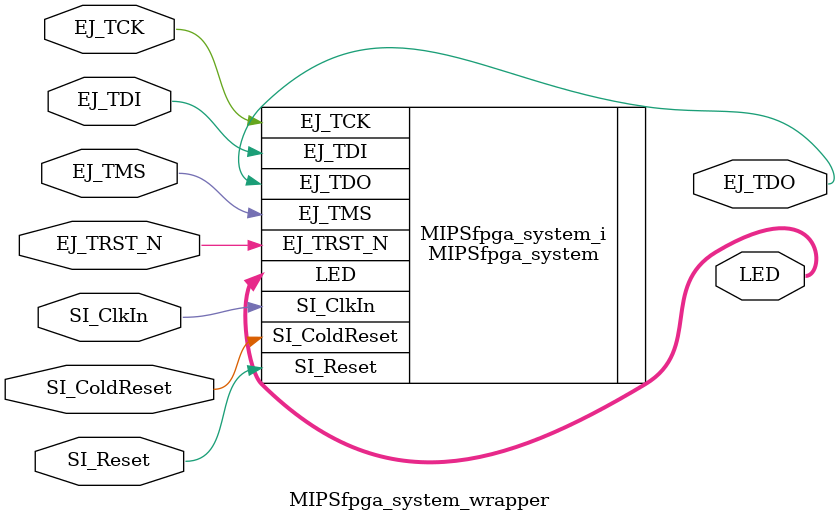
<source format=v>
`timescale 1 ps / 1 ps

module MIPSfpga_system_wrapper
   (EJ_TCK,
    EJ_TDI,
    EJ_TDO,
    EJ_TMS,
    EJ_TRST_N,
    LED,
    SI_ClkIn,
    SI_ColdReset,
    SI_Reset);
  input EJ_TCK;
  input EJ_TDI;
  output EJ_TDO;
  input EJ_TMS;
  input EJ_TRST_N;
  output [15:0]LED;
  input SI_ClkIn;
  input SI_ColdReset;
  input SI_Reset;

  wire EJ_TCK;
  wire EJ_TDI;
  wire EJ_TDO;
  wire EJ_TMS;
  wire EJ_TRST_N;
  wire [15:0]LED;
  wire SI_ClkIn;
  wire SI_ColdReset;
  wire SI_Reset;

  MIPSfpga_system MIPSfpga_system_i
       (.EJ_TCK(EJ_TCK),
        .EJ_TDI(EJ_TDI),
        .EJ_TDO(EJ_TDO),
        .EJ_TMS(EJ_TMS),
        .EJ_TRST_N(EJ_TRST_N),
        .LED(LED),
        .SI_ClkIn(SI_ClkIn),
        .SI_ColdReset(SI_ColdReset),
        .SI_Reset(SI_Reset));
endmodule

</source>
